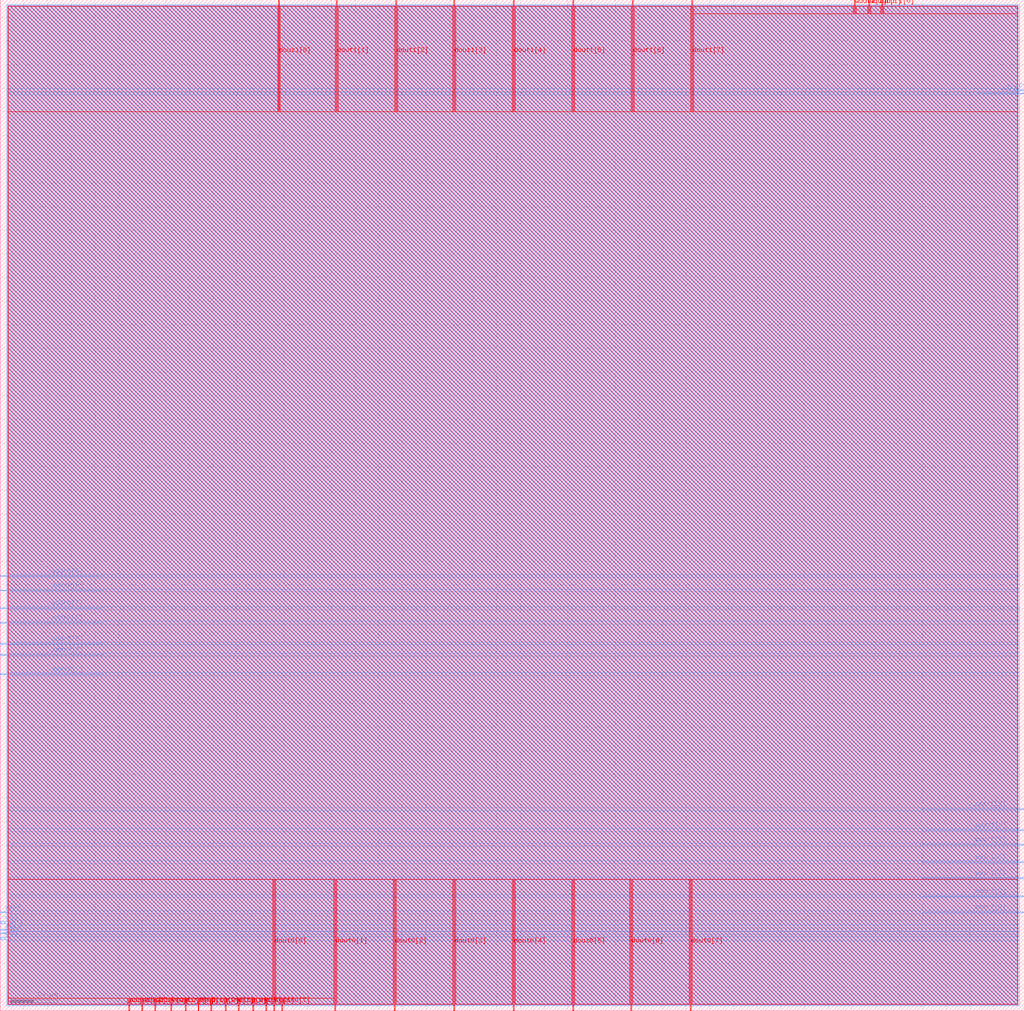
<source format=lef>
VERSION 5.7 ;
  NOWIREEXTENSIONATPIN ON ;
  DIVIDERCHAR "/" ;
  BUSBITCHARS "[]" ;
MACRO sky130_sram_1kbytes_1rw1r_8x1024_8
  CLASS BLOCK ;
  FOREIGN sky130_sram_1kbytes_1rw1r_8x1024_8 ;
  ORIGIN 0.000 0.000 ;
  SIZE 432.860 BY 427.420 ;
  PIN csb0
    PORT
      LAYER met3 ;
        RECT 0.000 32.640 3.960 33.020 ;
    END
  END csb0
  PIN web0
    PORT
      LAYER met3 ;
        RECT 0.000 41.480 3.960 41.860 ;
    END
  END web0
  PIN clk0
    PORT
      LAYER met3 ;
        RECT 0.000 34.000 5.140 34.380 ;
    END
  END clk0
  PIN din0[0]
    PORT
      LAYER met4 ;
        RECT 78.200 0.000 78.580 4.790 ;
    END
  END din0[0]
  PIN din0[1]
    PORT
      LAYER met4 ;
        RECT 83.640 0.000 84.020 4.790 ;
    END
  END din0[1]
  PIN din0[2]
    PORT
      LAYER met4 ;
        RECT 89.080 0.000 89.460 4.790 ;
    END
  END din0[2]
  PIN din0[3]
    PORT
      LAYER met4 ;
        RECT 95.200 0.000 95.580 4.790 ;
    END
  END din0[3]
  PIN din0[4]
    PORT
      LAYER met4 ;
        RECT 100.640 0.000 101.020 4.790 ;
    END
  END din0[4]
  PIN din0[5]
    PORT
      LAYER met4 ;
        RECT 106.760 0.000 107.140 4.790 ;
    END
  END din0[5]
  PIN din0[6]
    PORT
      LAYER met4 ;
        RECT 112.200 0.000 112.580 4.790 ;
    END
  END din0[6]
  PIN din0[7]
    PORT
      LAYER met4 ;
        RECT 119.000 0.000 119.380 4.790 ;
    END
  END din0[7]
  PIN dout0[0]
    PORT
      LAYER met4 ;
        RECT 115.600 0.000 115.980 55.110 ;
    END
  END dout0[0]
  PIN dout0[1]
    PORT
      LAYER met4 ;
        RECT 141.440 0.000 141.820 55.110 ;
    END
  END dout0[1]
  PIN dout0[2]
    PORT
      LAYER met4 ;
        RECT 166.600 0.000 166.980 55.110 ;
    END
  END dout0[2]
  PIN dout0[3]
    PORT
      LAYER met4 ;
        RECT 191.760 0.000 192.140 55.110 ;
    END
  END dout0[3]
  PIN dout0[4]
    PORT
      LAYER met4 ;
        RECT 216.920 0.000 217.300 55.110 ;
    END
  END dout0[4]
  PIN dout0[5]
    PORT
      LAYER met4 ;
        RECT 242.080 0.000 242.460 55.110 ;
    END
  END dout0[5]
  PIN dout0[6]
    PORT
      LAYER met4 ;
        RECT 266.560 0.000 266.940 55.110 ;
    END
  END dout0[6]
  PIN dout0[7]
    PORT
      LAYER met4 ;
        RECT 291.720 0.000 292.100 55.110 ;
    END
  END dout0[7]
  PIN addr0[0]
    PORT
      LAYER met4 ;
        RECT 54.400 0.000 54.780 4.790 ;
    END
  END addr0[0]
  PIN addr0[1]
    PORT
      LAYER met4 ;
        RECT 59.840 0.000 60.220 4.790 ;
    END
  END addr0[1]
  PIN addr0[2]
    PORT
      LAYER met4 ;
        RECT 65.280 0.000 65.660 4.790 ;
    END
  END addr0[2]
  PIN addr0[3]
    PORT
      LAYER met3 ;
        RECT 0.000 142.120 43.220 142.500 ;
    END
  END addr0[3]
  PIN addr0[4]
    PORT
      LAYER met3 ;
        RECT 0.000 150.280 43.220 150.660 ;
    END
  END addr0[4]
  PIN addr0[5]
    PORT
      LAYER met3 ;
        RECT 0.000 155.040 43.220 155.420 ;
    END
  END addr0[5]
  PIN addr0[6]
    PORT
      LAYER met3 ;
        RECT 0.000 163.880 42.500 164.260 ;
    END
  END addr0[6]
  PIN addr0[7]
    PORT
      LAYER met3 ;
        RECT 0.000 170.000 42.500 170.380 ;
    END
  END addr0[7]
  PIN addr0[8]
    PORT
      LAYER met3 ;
        RECT 0.000 177.480 43.220 177.860 ;
    END
  END addr0[8]
  PIN addr0[9]
    PORT
      LAYER met3 ;
        RECT 0.000 183.600 42.500 183.980 ;
    END
  END addr0[9]
  PIN wmask0[0]
    PORT
      LAYER met4 ;
        RECT 72.080 0.000 72.460 4.790 ;
    END
  END wmask0[0]
  PIN csb1
    PORT
      LAYER met3 ;
        RECT 428.400 388.960 432.860 389.340 ;
    END
  END csb1
  PIN clk1
    PORT
      LAYER met3 ;
        RECT 414.120 387.600 432.860 387.980 ;
    END
  END clk1
  PIN dout1[0]
    PORT
      LAYER met4 ;
        RECT 117.640 380.470 118.020 427.420 ;
    END
  END dout1[0]
  PIN dout1[1]
    PORT
      LAYER met4 ;
        RECT 142.120 380.470 142.500 427.420 ;
    END
  END dout1[1]
  PIN dout1[2]
    PORT
      LAYER met4 ;
        RECT 167.280 380.470 167.660 427.420 ;
    END
  END dout1[2]
  PIN dout1[3]
    PORT
      LAYER met4 ;
        RECT 191.760 380.470 192.140 427.420 ;
    END
  END dout1[3]
  PIN dout1[4]
    PORT
      LAYER met4 ;
        RECT 216.920 380.470 217.300 427.420 ;
    END
  END dout1[4]
  PIN dout1[5]
    PORT
      LAYER met4 ;
        RECT 242.080 380.470 242.460 427.420 ;
    END
  END dout1[5]
  PIN dout1[6]
    PORT
      LAYER met4 ;
        RECT 267.240 380.470 267.620 427.420 ;
    END
  END dout1[6]
  PIN dout1[7]
    PORT
      LAYER met4 ;
        RECT 292.400 380.470 292.780 427.420 ;
    END
  END dout1[7]
  PIN addr1[0]
    PORT
      LAYER met4 ;
        RECT 372.640 421.950 373.020 427.420 ;
    END
  END addr1[0]
  PIN addr1[1]
    PORT
      LAYER met4 ;
        RECT 367.200 421.950 367.580 427.420 ;
    END
  END addr1[1]
  PIN addr1[2]
    PORT
      LAYER met4 ;
        RECT 361.080 421.950 361.460 427.420 ;
    END
  END addr1[2]
  PIN addr1[3]
    PORT
      LAYER met3 ;
        RECT 390.320 85.000 432.860 85.380 ;
    END
  END addr1[3]
  PIN addr1[4]
    PORT
      LAYER met3 ;
        RECT 391.090 76.160 432.860 76.540 ;
    END
  END addr1[4]
  PIN addr1[5]
    PORT
      LAYER met3 ;
        RECT 390.320 70.040 432.860 70.420 ;
    END
  END addr1[5]
  PIN addr1[6]
    PORT
      LAYER met3 ;
        RECT 390.320 62.560 432.860 62.940 ;
    END
  END addr1[6]
  PIN addr1[7]
    PORT
      LAYER met3 ;
        RECT 390.320 55.760 432.860 56.140 ;
    END
  END addr1[7]
  PIN addr1[8]
    PORT
      LAYER met3 ;
        RECT 390.320 48.280 432.860 48.660 ;
    END
  END addr1[8]
  PIN addr1[9]
    PORT
      LAYER met3 ;
        RECT 390.320 41.480 432.860 41.860 ;
    END
  END addr1[9]
  PIN vdd
    PORT
      LAYER met3 ;
        RECT 0.000 36.720 3.780 37.780 ;
    END
  END vdd
  PIN gnd
    PORT
      LAYER met3 ;
        RECT 0.000 29.920 3.780 30.980 ;
    END
  END gnd
  OBS
      LAYER li1 ;
        RECT 3.165 2.515 430.005 424.765 ;
      LAYER met1 ;
        RECT 3.090 2.550 430.080 424.730 ;
      LAYER met2 ;
        RECT 3.110 2.495 430.060 424.785 ;
      LAYER met3 ;
        RECT 2.720 389.740 430.820 425.380 ;
        RECT 2.720 388.560 428.000 389.740 ;
        RECT 2.720 388.380 430.820 388.560 ;
        RECT 2.720 387.200 413.720 388.380 ;
        RECT 2.720 184.380 430.820 387.200 ;
        RECT 42.900 183.200 430.820 184.380 ;
        RECT 2.720 178.260 430.820 183.200 ;
        RECT 43.620 177.080 430.820 178.260 ;
        RECT 2.720 170.780 430.820 177.080 ;
        RECT 42.900 169.600 430.820 170.780 ;
        RECT 2.720 164.660 430.820 169.600 ;
        RECT 42.900 163.480 430.820 164.660 ;
        RECT 2.720 155.820 430.820 163.480 ;
        RECT 43.620 154.640 430.820 155.820 ;
        RECT 2.720 151.060 430.820 154.640 ;
        RECT 43.620 149.880 430.820 151.060 ;
        RECT 2.720 142.900 430.820 149.880 ;
        RECT 43.620 141.720 430.820 142.900 ;
        RECT 2.720 85.780 430.820 141.720 ;
        RECT 2.720 84.600 389.920 85.780 ;
        RECT 2.720 76.940 430.820 84.600 ;
        RECT 2.720 75.760 390.690 76.940 ;
        RECT 2.720 70.820 430.820 75.760 ;
        RECT 2.720 69.640 389.920 70.820 ;
        RECT 2.720 63.340 430.820 69.640 ;
        RECT 2.720 62.160 389.920 63.340 ;
        RECT 2.720 56.540 430.820 62.160 ;
        RECT 2.720 55.360 389.920 56.540 ;
        RECT 2.720 49.060 430.820 55.360 ;
        RECT 2.720 47.880 389.920 49.060 ;
        RECT 2.720 42.260 430.820 47.880 ;
        RECT 4.360 41.080 389.920 42.260 ;
        RECT 2.720 38.180 430.820 41.080 ;
        RECT 4.180 36.320 430.820 38.180 ;
        RECT 2.720 34.780 430.820 36.320 ;
        RECT 5.540 33.600 430.820 34.780 ;
        RECT 2.720 33.420 430.820 33.600 ;
        RECT 4.360 32.240 430.820 33.420 ;
        RECT 2.720 31.380 430.820 32.240 ;
        RECT 4.180 29.520 430.820 31.380 ;
        RECT 2.720 2.040 430.820 29.520 ;
      LAYER met4 ;
        RECT 3.400 380.070 117.240 424.675 ;
        RECT 118.420 380.070 141.720 424.675 ;
        RECT 142.900 380.070 166.880 424.675 ;
        RECT 168.060 380.070 191.360 424.675 ;
        RECT 192.540 380.070 216.520 424.675 ;
        RECT 217.700 380.070 241.680 424.675 ;
        RECT 242.860 380.070 266.840 424.675 ;
        RECT 268.020 380.070 292.000 424.675 ;
        RECT 293.180 421.550 360.680 424.675 ;
        RECT 361.860 421.550 366.800 424.675 ;
        RECT 367.980 421.550 372.240 424.675 ;
        RECT 373.420 421.550 430.140 424.675 ;
        RECT 293.180 380.070 430.140 421.550 ;
        RECT 3.400 55.510 430.140 380.070 ;
        RECT 3.400 5.190 115.200 55.510 ;
        RECT 3.400 2.745 54.000 5.190 ;
        RECT 55.180 2.745 59.440 5.190 ;
        RECT 60.620 2.745 64.880 5.190 ;
        RECT 66.060 2.745 71.680 5.190 ;
        RECT 72.860 2.745 77.800 5.190 ;
        RECT 78.980 2.745 83.240 5.190 ;
        RECT 84.420 2.745 88.680 5.190 ;
        RECT 89.860 2.745 94.800 5.190 ;
        RECT 95.980 2.745 100.240 5.190 ;
        RECT 101.420 2.745 106.360 5.190 ;
        RECT 107.540 2.745 111.800 5.190 ;
        RECT 112.980 2.745 115.200 5.190 ;
        RECT 116.380 5.190 141.040 55.510 ;
        RECT 116.380 2.745 118.600 5.190 ;
        RECT 119.780 2.745 141.040 5.190 ;
        RECT 142.220 2.745 166.200 55.510 ;
        RECT 167.380 2.745 191.360 55.510 ;
        RECT 192.540 2.745 216.520 55.510 ;
        RECT 217.700 2.745 241.680 55.510 ;
        RECT 242.860 2.745 266.160 55.510 ;
        RECT 267.340 2.745 291.320 55.510 ;
        RECT 292.500 2.745 430.140 55.510 ;
  END
END sky130_sram_1kbytes_1rw1r_8x1024_8
END LIBRARY


</source>
